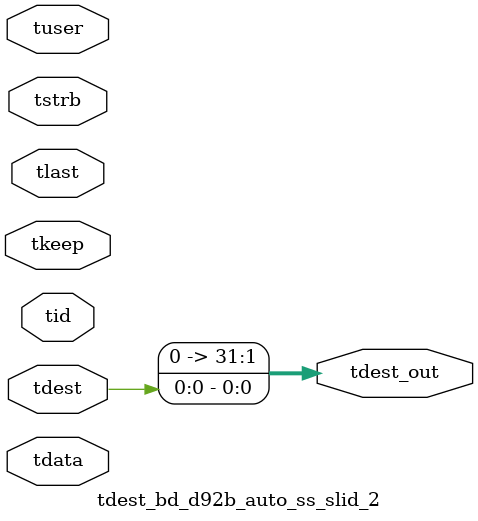
<source format=v>


`timescale 1ps/1ps

module tdest_bd_d92b_auto_ss_slid_2 #
(
parameter C_S_AXIS_TDATA_WIDTH = 32,
parameter C_S_AXIS_TUSER_WIDTH = 0,
parameter C_S_AXIS_TID_WIDTH   = 0,
parameter C_S_AXIS_TDEST_WIDTH = 0,
parameter C_M_AXIS_TDEST_WIDTH = 32
)
(
input  [(C_S_AXIS_TDATA_WIDTH == 0 ? 1 : C_S_AXIS_TDATA_WIDTH)-1:0     ] tdata,
input  [(C_S_AXIS_TUSER_WIDTH == 0 ? 1 : C_S_AXIS_TUSER_WIDTH)-1:0     ] tuser,
input  [(C_S_AXIS_TID_WIDTH   == 0 ? 1 : C_S_AXIS_TID_WIDTH)-1:0       ] tid,
input  [(C_S_AXIS_TDEST_WIDTH == 0 ? 1 : C_S_AXIS_TDEST_WIDTH)-1:0     ] tdest,
input  [(C_S_AXIS_TDATA_WIDTH/8)-1:0 ] tkeep,
input  [(C_S_AXIS_TDATA_WIDTH/8)-1:0 ] tstrb,
input                                                                    tlast,
output [C_M_AXIS_TDEST_WIDTH-1:0] tdest_out
);

assign tdest_out = {3'b000,tdest[0:0]};

endmodule


</source>
